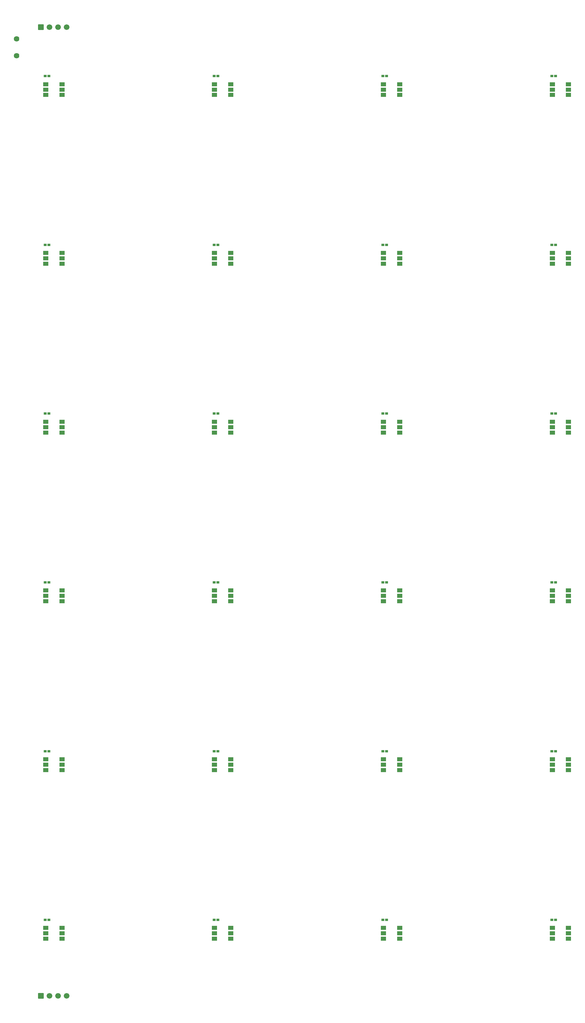
<source format=gts>
G04 Layer: TopSolderMaskLayer*
G04 EasyEDA v6.5.34, 2023-09-21 20:05:10*
G04 25a6d9880ab04e118feb333d8ddcd0f2,9bdec9015a8d4a8fb4e1132389f24c00,10*
G04 Gerber Generator version 0.2*
G04 Scale: 100 percent, Rotated: No, Reflected: No *
G04 Dimensions in millimeters *
G04 leading zeros omitted , absolute positions ,4 integer and 5 decimal *
%FSLAX45Y45*%
%MOMM*%

%AMMACRO1*1,1,$1,$2,$3*1,1,$1,$4,$5*1,1,$1,0-$2,0-$3*1,1,$1,0-$4,0-$5*20,1,$1,$2,$3,$4,$5,0*20,1,$1,$4,$5,0-$2,0-$3,0*20,1,$1,0-$2,0-$3,0-$4,0-$5,0*20,1,$1,0-$4,0-$5,$2,$3,0*4,1,4,$2,$3,$4,$5,0-$2,0-$3,0-$4,0-$5,$2,$3,0*%
%ADD10MACRO1,0.1016X-0.395X-0.27X-0.395X0.27*%
%ADD11MACRO1,0.1016X0.395X-0.27X0.395X0.27*%
%ADD12MACRO1,0.1016X-0.75X0.5X0.75X0.5*%
%ADD13MACRO1,0.1016X-0.7874X0.7874X0.7874X0.7874*%
%ADD14C,1.6764*%
%ADD15C,1.6256*%

%LPD*%
D10*
G01*
X2354501Y27899944D03*
D11*
G01*
X2245489Y27899944D03*
D10*
G01*
X2354501Y22899954D03*
D11*
G01*
X2245489Y22899954D03*
D10*
G01*
X2354501Y17899964D03*
D11*
G01*
X2245489Y17899964D03*
D10*
G01*
X2354501Y12899974D03*
D11*
G01*
X2245489Y12899974D03*
D10*
G01*
X2354501Y7899984D03*
D11*
G01*
X2245489Y7899984D03*
D10*
G01*
X2354501Y2899994D03*
D11*
G01*
X2245489Y2899994D03*
D10*
G01*
X7354491Y27899944D03*
D11*
G01*
X7245479Y27899944D03*
D10*
G01*
X7354491Y22899954D03*
D11*
G01*
X7245479Y22899954D03*
D10*
G01*
X7354491Y17899964D03*
D11*
G01*
X7245479Y17899964D03*
D10*
G01*
X7354491Y12899974D03*
D11*
G01*
X7245479Y12899974D03*
D10*
G01*
X7354491Y7899984D03*
D11*
G01*
X7245479Y7899984D03*
D10*
G01*
X7354491Y2899994D03*
D11*
G01*
X7245479Y2899994D03*
D10*
G01*
X12354481Y27899944D03*
D11*
G01*
X12245469Y27899944D03*
D10*
G01*
X12354481Y22899954D03*
D11*
G01*
X12245469Y22899954D03*
D10*
G01*
X12354481Y17899964D03*
D11*
G01*
X12245469Y17899964D03*
D10*
G01*
X12354481Y12899974D03*
D11*
G01*
X12245469Y12899974D03*
D10*
G01*
X12354481Y7899984D03*
D11*
G01*
X12245469Y7899984D03*
D10*
G01*
X12354481Y2899994D03*
D11*
G01*
X12245469Y2899994D03*
D10*
G01*
X17354471Y27899944D03*
D11*
G01*
X17245459Y27899944D03*
D10*
G01*
X17354471Y22899954D03*
D11*
G01*
X17245459Y22899954D03*
D10*
G01*
X17354471Y17899964D03*
D11*
G01*
X17245459Y17899964D03*
D10*
G01*
X17354471Y12899974D03*
D11*
G01*
X17245459Y12899974D03*
D10*
G01*
X17354471Y7899984D03*
D11*
G01*
X17245459Y7899984D03*
D10*
G01*
X17354471Y2899994D03*
D11*
G01*
X17245459Y2899994D03*
D12*
G01*
X2259994Y27659939D03*
G01*
X2259994Y27499945D03*
G01*
X2259994Y27339950D03*
G01*
X2739995Y27339950D03*
G01*
X2739995Y27499945D03*
G01*
X2739995Y27659939D03*
G01*
X2259994Y22659949D03*
G01*
X2259994Y22499955D03*
G01*
X2259994Y22339960D03*
G01*
X2739995Y22339960D03*
G01*
X2739995Y22499955D03*
G01*
X2739995Y22659949D03*
G01*
X2259994Y17659959D03*
G01*
X2259994Y17499964D03*
G01*
X2259994Y17339970D03*
G01*
X2739995Y17339970D03*
G01*
X2739995Y17499964D03*
G01*
X2739995Y17659959D03*
G01*
X2259994Y12659969D03*
G01*
X2259994Y12499975D03*
G01*
X2259994Y12339980D03*
G01*
X2739995Y12339980D03*
G01*
X2739995Y12499975D03*
G01*
X2739995Y12659969D03*
G01*
X2259994Y7659979D03*
G01*
X2259994Y7499985D03*
G01*
X2259994Y7339990D03*
G01*
X2739995Y7339990D03*
G01*
X2739995Y7499985D03*
G01*
X2739995Y7659979D03*
G01*
X2259994Y2659989D03*
G01*
X2259994Y2499994D03*
G01*
X2259994Y2340000D03*
G01*
X2739995Y2340000D03*
G01*
X2739995Y2499994D03*
G01*
X2739995Y2659989D03*
G01*
X7259984Y27659939D03*
G01*
X7259984Y27499945D03*
G01*
X7259984Y27339950D03*
G01*
X7739985Y27339950D03*
G01*
X7739985Y27499945D03*
G01*
X7739985Y27659939D03*
G01*
X7259984Y22659949D03*
G01*
X7259984Y22499955D03*
G01*
X7259984Y22339960D03*
G01*
X7739985Y22339960D03*
G01*
X7739985Y22499955D03*
G01*
X7739985Y22659949D03*
G01*
X7259984Y17659959D03*
G01*
X7259984Y17499964D03*
G01*
X7259984Y17339970D03*
G01*
X7739985Y17339970D03*
G01*
X7739985Y17499964D03*
G01*
X7739985Y17659959D03*
G01*
X7259984Y12659969D03*
G01*
X7259984Y12499975D03*
G01*
X7259984Y12339980D03*
G01*
X7739985Y12339980D03*
G01*
X7739985Y12499975D03*
G01*
X7739985Y12659969D03*
G01*
X7259984Y7659979D03*
G01*
X7259984Y7499985D03*
G01*
X7259984Y7339990D03*
G01*
X7739985Y7339990D03*
G01*
X7739985Y7499985D03*
G01*
X7739985Y7659979D03*
G01*
X7259984Y2659989D03*
G01*
X7259984Y2499994D03*
G01*
X7259984Y2340000D03*
G01*
X7739985Y2340000D03*
G01*
X7739985Y2499994D03*
G01*
X7739985Y2659989D03*
G01*
X12259974Y27659939D03*
G01*
X12259974Y27499945D03*
G01*
X12259974Y27339950D03*
G01*
X12739975Y27339950D03*
G01*
X12739975Y27499945D03*
G01*
X12739975Y27659939D03*
G01*
X12259974Y22659949D03*
G01*
X12259974Y22499955D03*
G01*
X12259974Y22339960D03*
G01*
X12739975Y22339960D03*
G01*
X12739975Y22499955D03*
G01*
X12739975Y22659949D03*
G01*
X12259974Y17659959D03*
G01*
X12259974Y17499964D03*
G01*
X12259974Y17339970D03*
G01*
X12739975Y17339970D03*
G01*
X12739975Y17499964D03*
G01*
X12739975Y17659959D03*
G01*
X12259974Y12659969D03*
G01*
X12259974Y12499975D03*
G01*
X12259974Y12339980D03*
G01*
X12739975Y12339980D03*
G01*
X12739975Y12499975D03*
G01*
X12739975Y12659969D03*
G01*
X12259974Y7659979D03*
G01*
X12259974Y7499985D03*
G01*
X12259974Y7339990D03*
G01*
X12739975Y7339990D03*
G01*
X12739975Y7499985D03*
G01*
X12739975Y7659979D03*
G01*
X12259974Y2659989D03*
G01*
X12259974Y2499994D03*
G01*
X12259974Y2340000D03*
G01*
X12739975Y2340000D03*
G01*
X12739975Y2499994D03*
G01*
X12739975Y2659989D03*
G01*
X17259964Y27659939D03*
G01*
X17259964Y27499945D03*
G01*
X17259964Y27339950D03*
G01*
X17739965Y27339950D03*
G01*
X17739965Y27499945D03*
G01*
X17739965Y27659939D03*
G01*
X17259964Y22659949D03*
G01*
X17259964Y22499955D03*
G01*
X17259964Y22339960D03*
G01*
X17739965Y22339960D03*
G01*
X17739965Y22499955D03*
G01*
X17739965Y22659949D03*
G01*
X17259964Y17659959D03*
G01*
X17259964Y17499964D03*
G01*
X17259964Y17339970D03*
G01*
X17739965Y17339970D03*
G01*
X17739965Y17499964D03*
G01*
X17739965Y17659959D03*
G01*
X17259964Y12659969D03*
G01*
X17259964Y12499975D03*
G01*
X17259964Y12339980D03*
G01*
X17739965Y12339980D03*
G01*
X17739965Y12499975D03*
G01*
X17739965Y12659969D03*
G01*
X17259964Y7659979D03*
G01*
X17259964Y7499985D03*
G01*
X17259964Y7339990D03*
G01*
X17739965Y7339990D03*
G01*
X17739965Y7499985D03*
G01*
X17739965Y7659979D03*
G01*
X17259964Y2659989D03*
G01*
X17259964Y2499994D03*
G01*
X17259964Y2340000D03*
G01*
X17739965Y2340000D03*
G01*
X17739965Y2499994D03*
G01*
X17739965Y2659989D03*
D13*
G01*
X2118994Y29349941D03*
D14*
G01*
X2372995Y29349928D03*
G01*
X2626995Y29349928D03*
G01*
X2880995Y29349928D03*
D13*
G01*
X2118994Y649998D03*
D14*
G01*
X2372995Y649986D03*
G01*
X2626995Y649986D03*
G01*
X2880995Y649986D03*
D15*
G01*
X1399997Y28999942D03*
G01*
X1399997Y28499943D03*
M02*

</source>
